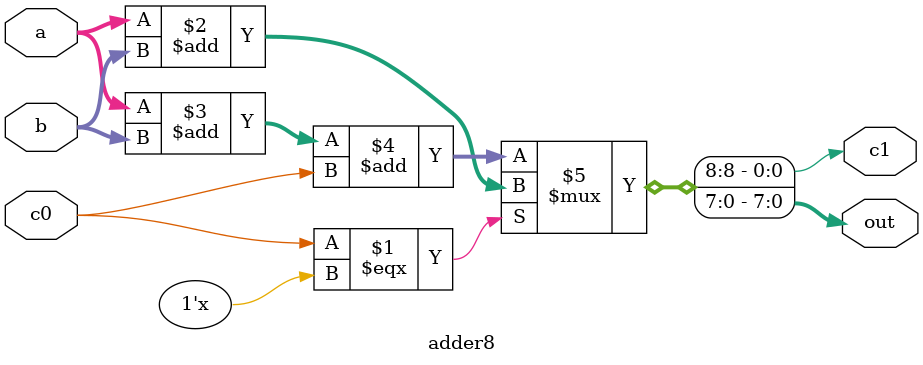
<source format=v>
module adder8(
	input wire [7:0] a,
	input wire [7:0] b,
	input wire c0,
	output wire [7:0] out,
	output wire c1
);

assign {c1, out} = c0 === 1'bX ? a + b : a + b + c0;

endmodule

</source>
